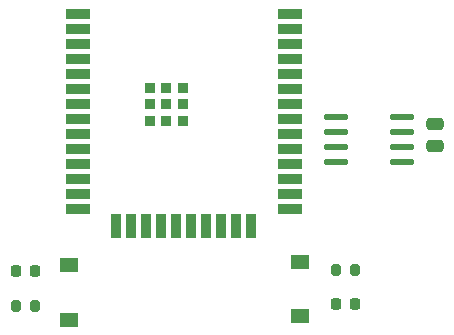
<source format=gbr>
%TF.GenerationSoftware,KiCad,Pcbnew,8.0.4*%
%TF.CreationDate,2024-09-26T20:40:34-05:00*%
%TF.ProjectId,solder_oven_PCB,736f6c64-6572-45f6-9f76-656e5f504342,rev?*%
%TF.SameCoordinates,Original*%
%TF.FileFunction,Paste,Top*%
%TF.FilePolarity,Positive*%
%FSLAX46Y46*%
G04 Gerber Fmt 4.6, Leading zero omitted, Abs format (unit mm)*
G04 Created by KiCad (PCBNEW 8.0.4) date 2024-09-26 20:40:34*
%MOMM*%
%LPD*%
G01*
G04 APERTURE LIST*
G04 Aperture macros list*
%AMRoundRect*
0 Rectangle with rounded corners*
0 $1 Rounding radius*
0 $2 $3 $4 $5 $6 $7 $8 $9 X,Y pos of 4 corners*
0 Add a 4 corners polygon primitive as box body*
4,1,4,$2,$3,$4,$5,$6,$7,$8,$9,$2,$3,0*
0 Add four circle primitives for the rounded corners*
1,1,$1+$1,$2,$3*
1,1,$1+$1,$4,$5*
1,1,$1+$1,$6,$7*
1,1,$1+$1,$8,$9*
0 Add four rect primitives between the rounded corners*
20,1,$1+$1,$2,$3,$4,$5,0*
20,1,$1+$1,$4,$5,$6,$7,0*
20,1,$1+$1,$6,$7,$8,$9,0*
20,1,$1+$1,$8,$9,$2,$3,0*%
G04 Aperture macros list end*
%ADD10RoundRect,0.225000X-0.225000X-0.250000X0.225000X-0.250000X0.225000X0.250000X-0.225000X0.250000X0*%
%ADD11RoundRect,0.250000X-0.475000X0.250000X-0.475000X-0.250000X0.475000X-0.250000X0.475000X0.250000X0*%
%ADD12RoundRect,0.200000X0.200000X0.275000X-0.200000X0.275000X-0.200000X-0.275000X0.200000X-0.275000X0*%
%ADD13O,2.050000X0.590000*%
%ADD14R,1.500000X1.230000*%
%ADD15R,2.100000X0.950000*%
%ADD16R,0.950000X2.100000*%
%ADD17R,0.900000X0.900000*%
G04 APERTURE END LIST*
D10*
%TO.C,C6*%
X96425000Y-96613000D03*
X97975000Y-96613000D03*
%TD*%
D11*
%TO.C,C1*%
X104800000Y-81300000D03*
X104800000Y-83200000D03*
%TD*%
D12*
%TO.C,R10*%
X98025000Y-93713000D03*
X96375000Y-93713000D03*
%TD*%
D10*
%TO.C,C5*%
X69350000Y-93788000D03*
X70900000Y-93788000D03*
%TD*%
D12*
%TO.C,R9*%
X70925000Y-96788000D03*
X69275000Y-96788000D03*
%TD*%
D13*
%TO.C,U2*%
X101970000Y-84560000D03*
X101970000Y-83280000D03*
X101970000Y-82020000D03*
X101970000Y-80750000D03*
X96430000Y-80750000D03*
X96430000Y-82020000D03*
X96430000Y-83280000D03*
X96430000Y-84560000D03*
%TD*%
D14*
%TO.C,B2*%
X93325000Y-97613000D03*
X93325000Y-93013000D03*
%TD*%
D15*
%TO.C,U1*%
X74525000Y-72003000D03*
X74525000Y-73273000D03*
X74525000Y-74543000D03*
X74525000Y-75813000D03*
X74525000Y-77083000D03*
X74525000Y-78353000D03*
X74525000Y-79623000D03*
X74525000Y-80893000D03*
X74525000Y-82163000D03*
X74525000Y-83433000D03*
X74525000Y-84703000D03*
X74525000Y-85973000D03*
X74525000Y-87243000D03*
X74525000Y-88513000D03*
D16*
X77815000Y-90003000D03*
X79085000Y-90003000D03*
X80355000Y-90003000D03*
X81625000Y-90003000D03*
X82895000Y-90003000D03*
X84165000Y-90003000D03*
X85435000Y-90003000D03*
X86705000Y-90003000D03*
X87975000Y-90003000D03*
X89245000Y-90003000D03*
D15*
X92525000Y-88513000D03*
X92525000Y-87243000D03*
X92525000Y-85973000D03*
X92525000Y-84703000D03*
X92525000Y-83433000D03*
X92525000Y-82163000D03*
X92525000Y-80893000D03*
X92525000Y-79623000D03*
X92525000Y-78353000D03*
X92525000Y-77083000D03*
X92525000Y-75813000D03*
X92525000Y-74543000D03*
X92525000Y-73273000D03*
X92525000Y-72003000D03*
D17*
X83425000Y-78283000D03*
X82025000Y-78283000D03*
X80625000Y-78283000D03*
X83425000Y-79683000D03*
X82025000Y-79683000D03*
X80625000Y-79683000D03*
X83425000Y-81083000D03*
X82025000Y-81083000D03*
X80625000Y-81083000D03*
%TD*%
D14*
%TO.C,B1*%
X73825000Y-93313000D03*
X73825000Y-97913000D03*
%TD*%
M02*

</source>
